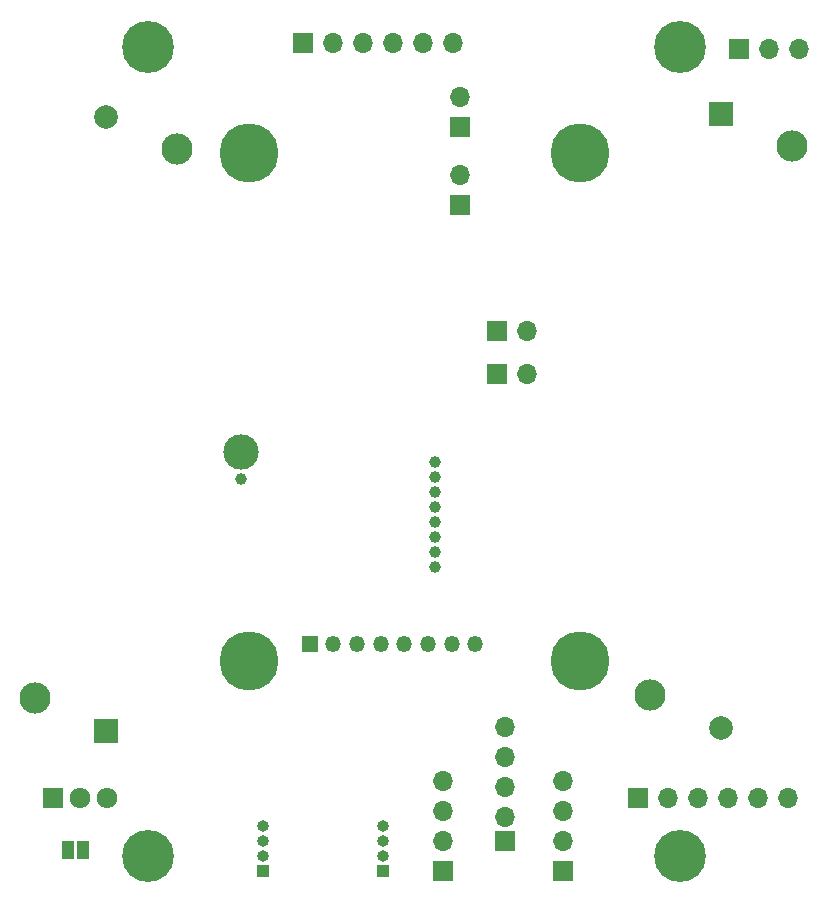
<source format=gbr>
G04 #@! TF.GenerationSoftware,KiCad,Pcbnew,5.1.12-84ad8e8a86~92~ubuntu18.04.1*
G04 #@! TF.CreationDate,2022-01-10T12:00:16+01:00*
G04 #@! TF.ProjectId,HB-UNI-SEN-BATT_ATMega1284P_E07-868MS10_FRAM_FUEL4EP,48422d55-4e49-42d5-9345-4e2d42415454,rev?*
G04 #@! TF.SameCoordinates,Original*
G04 #@! TF.FileFunction,Soldermask,Bot*
G04 #@! TF.FilePolarity,Negative*
%FSLAX46Y46*%
G04 Gerber Fmt 4.6, Leading zero omitted, Abs format (unit mm)*
G04 Created by KiCad (PCBNEW 5.1.12-84ad8e8a86~92~ubuntu18.04.1) date 2022-01-10 12:00:16*
%MOMM*%
%LPD*%
G01*
G04 APERTURE LIST*
%ADD10O,1.700000X1.700000*%
%ADD11R,1.700000X1.700000*%
%ADD12O,1.000000X1.000000*%
%ADD13R,1.000000X1.000000*%
%ADD14O,1.717500X1.800000*%
%ADD15R,1.717500X1.800000*%
%ADD16C,5.000000*%
%ADD17O,1.350000X1.350000*%
%ADD18R,1.350000X1.350000*%
%ADD19R,2.000000X2.000000*%
%ADD20C,2.000000*%
%ADD21C,2.640000*%
%ADD22C,3.000000*%
%ADD23C,1.000000*%
%ADD24C,0.700000*%
%ADD25C,4.400000*%
%ADD26R,1.000000X1.500000*%
G04 APERTURE END LIST*
D10*
X146177000Y-138811000D03*
X146177000Y-141351000D03*
X146177000Y-143891000D03*
X146177000Y-146431000D03*
D11*
X146177000Y-148471000D03*
D12*
X135890000Y-147193000D03*
X135890000Y-148463000D03*
X135890000Y-149733000D03*
D13*
X135890000Y-151003000D03*
D12*
X125730000Y-147190000D03*
X125730000Y-148460000D03*
X125730000Y-149730000D03*
D13*
X125730000Y-151000000D03*
D14*
X112530000Y-144780000D03*
X110240000Y-144780000D03*
D15*
X107950000Y-144780000D03*
D16*
X152510800Y-133200000D03*
X152510800Y-90200000D03*
X124510800Y-133200000D03*
X124510800Y-90200000D03*
D10*
X148082000Y-105219500D03*
D11*
X145542000Y-105219500D03*
D10*
X151130000Y-143380000D03*
X151130000Y-145920000D03*
X151130000Y-148460000D03*
D11*
X151130000Y-151000000D03*
D10*
X142400000Y-92075000D03*
D11*
X142400000Y-94615000D03*
D10*
X142400000Y-85471000D03*
D11*
X142400000Y-88011000D03*
D10*
X171069000Y-81343500D03*
X168529000Y-81343500D03*
D11*
X165989000Y-81343500D03*
D17*
X143667000Y-131750000D03*
X141667000Y-131750000D03*
X139667000Y-131750000D03*
X137667000Y-131750000D03*
X135667000Y-131750000D03*
X133667000Y-131750000D03*
X131667000Y-131750000D03*
D18*
X129667000Y-131750000D03*
D19*
X112420000Y-139100000D03*
D20*
X112420000Y-87110000D03*
D21*
X118415000Y-89870000D03*
X106425000Y-136350000D03*
D19*
X164490000Y-86860000D03*
D20*
X164490000Y-138850000D03*
D21*
X158495000Y-136090000D03*
X170485000Y-89610000D03*
D10*
X141770100Y-80860900D03*
X139230100Y-80860900D03*
X136690100Y-80860900D03*
X134150100Y-80860900D03*
X131610100Y-80860900D03*
D11*
X129070100Y-80860900D03*
D22*
X123800000Y-115470000D03*
D23*
X123800000Y-117750000D03*
X140260000Y-116310000D03*
X140260000Y-117580000D03*
X140260000Y-118850000D03*
X140260000Y-120120000D03*
X140260000Y-121390000D03*
X140260000Y-122660000D03*
X140260000Y-123930000D03*
X140260000Y-125200000D03*
D24*
X162272800Y-148477200D03*
X161000000Y-147950000D03*
X159727200Y-148477200D03*
X159200000Y-149750000D03*
X159727200Y-151022800D03*
X161000000Y-151550000D03*
X162272800Y-151022800D03*
X162800000Y-149750000D03*
D25*
X161000000Y-149750000D03*
D24*
X117272800Y-148477200D03*
X116000000Y-147950000D03*
X114727200Y-148477200D03*
X114200000Y-149750000D03*
X114727200Y-151022800D03*
X116000000Y-151550000D03*
X117272800Y-151022800D03*
X117800000Y-149750000D03*
D25*
X116000000Y-149750000D03*
D24*
X162272800Y-79977200D03*
X161000000Y-79450000D03*
X159727200Y-79977200D03*
X159200000Y-81250000D03*
X159727200Y-82522800D03*
X161000000Y-83050000D03*
X162272800Y-82522800D03*
X162800000Y-81250000D03*
D25*
X161000000Y-81250000D03*
D24*
X117272800Y-79977200D03*
X116000000Y-79450000D03*
X114727200Y-79977200D03*
X114200000Y-81250000D03*
X114727200Y-82522800D03*
X116000000Y-83050000D03*
X117272800Y-82522800D03*
X117800000Y-81250000D03*
D25*
X116000000Y-81250000D03*
D26*
X109200000Y-149225000D03*
X110500000Y-149225000D03*
D10*
X140970000Y-143383000D03*
X140970000Y-145923000D03*
X140970000Y-148463000D03*
D11*
X140970000Y-151003000D03*
D10*
X170180000Y-144780000D03*
X167640000Y-144780000D03*
X165100000Y-144780000D03*
X162560000Y-144780000D03*
X160020000Y-144780000D03*
D11*
X157480000Y-144780000D03*
D10*
X148082000Y-108902500D03*
D11*
X145542000Y-108902500D03*
M02*

</source>
